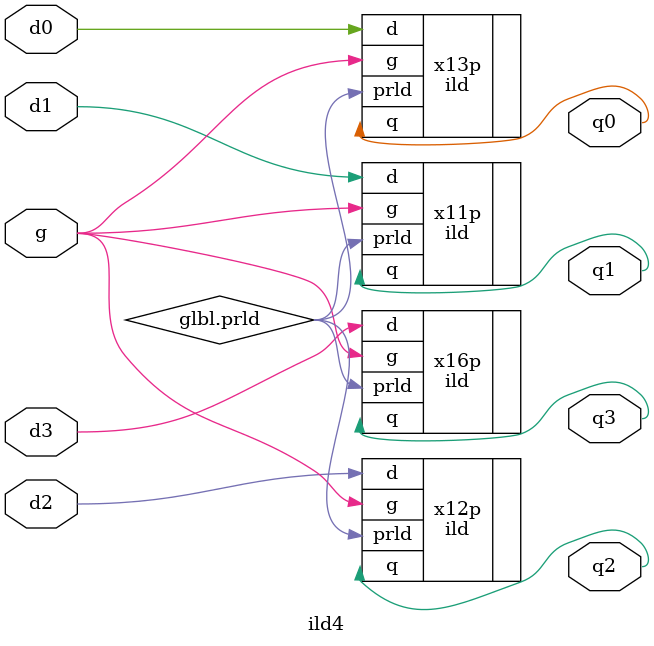
<source format=v>

module ild4 (q0, q1, q2, q3, d0, d1, d2, d3, g );
// generated by Concept HDL Direct Version 1.7 08-Aug-94
// on Tue Aug 30 23:27:07 1994
// from /usr3/xiltest/concept/lib/xm7000/ild4/logic

  parameter size = 0;

  output  q0;
  output  q1;
  output  q2;
  output  q3;
  input  d0;
  input  d1;
  input  d2;
  input  d3;
  input  g;
  // global signal glbl.prld;


// begin instances 

  ild x11p  (.d(d1),
	.g(g),
	.prld(glbl.prld),
	.q(q1));
  defparam x11p.size = 1;

  ild x12p  (.d(d2),
	.g(g),
	.prld(glbl.prld),
	.q(q2));
  defparam x12p.size = 1;

  ild x13p  (.d(d0),
	.g(g),
	.prld(glbl.prld),
	.q(q0));
  defparam x13p.size = 1;

  ild x16p  (.d(d3),
	.g(g),
	.prld(glbl.prld),
	.q(q3));
  defparam x16p.size = 1;

endmodule // ild4(logic) 

</source>
